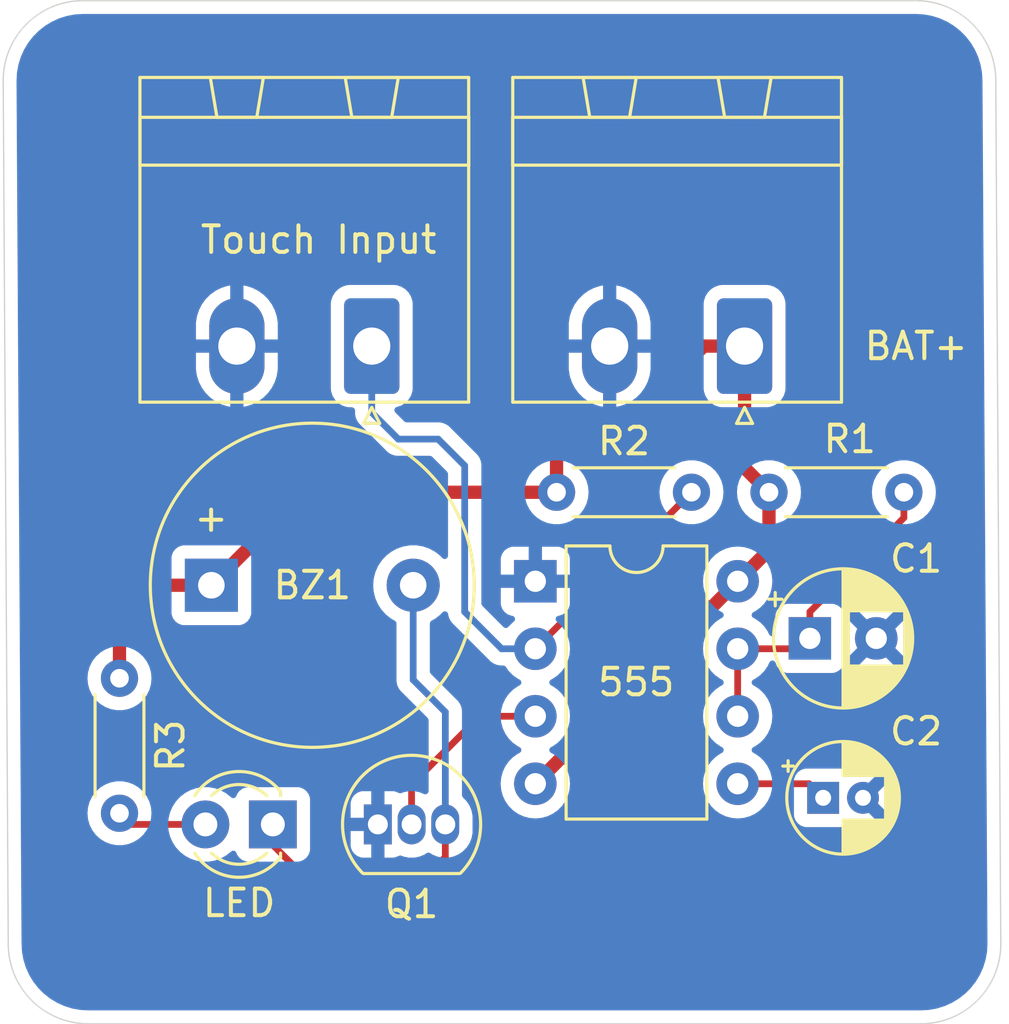
<source format=kicad_pcb>
(kicad_pcb (version 20240108) (generator "pcbnew") (generator_version "8.0")
  (title_block (title "Touch Switch Project") (date "2025-02-06") (rev "v01") (comment 4 "Author: PUTSHU LUNGHE Samuel"))
  (layers (0 "F.Cu" signal) (31 "B.Cu" signal) (34 "B.Paste" user) (35 "F.Paste" user) (36 "B.SilkS" user "B.Silkscreen") (37 "F.SilkS" user "F.Silkscreen") (38 "B.Mask" user) (39 "F.Mask" user) (44 "Edge.Cuts" user))
  (net 0 "")
  (net 1 "VCC")
  (net 2 "Net-(BZ1--)")
  (net 3 "Net-(U1-DIS)")
  (net 4 "GND")
  (net 5 "Net-(U1-CV)")
  (net 6 "Net-(D1-A)")
  (net 7 "Net-(J1-Pin_1)")
  (net 8 "Net-(Q1-B)")
  (footprint "Resistor_THT:R_Axial_DIN0204_L3.6mm_D1.6mm_P5.08mm_Horizontal" (layer "F.Cu") (at 139.46 75.5)
    (property "Reference" "R2" (at 2.54 -1.92 0) (layer "F.SilkS"))
    (property "Value" "10M" (hide yes))
    (fp_line (start 0.62 -0.92) (end 4.46 -0.92) (stroke (width 0.12)) (layer "F.SilkS"))
    (fp_line (start 0.62 0.92) (end 4.46 0.92) (stroke (width 0.12)) (layer "F.SilkS"))
    (pad "1" thru_hole circle (at 0 0) (size 1.4 1.4) (drill 0.7) (layers "*.Cu" "*.Mask") (net 1 "VCC"))
    (pad "2" thru_hole oval (at 5.08 0) (size 1.4 1.4) (drill 0.7) (layers "*.Cu" "*.Mask") (net 7 "Net-(J1-Pin_1)"))
  )
  (footprint "Resistor_THT:R_Axial_DIN0204_L3.6mm_D1.6mm_P5.08mm_Horizontal" (layer "F.Cu") (at 152.54 75.5 180)
    (property "Reference" "R1" (at 2.04 2 0) (layer "F.SilkS"))
    (property "Value" "100K" (hide yes))
    (fp_line (start 0.62 0.92) (end 4.46 0.92) (stroke (width 0.12)) (layer "F.SilkS"))
    (fp_line (start 0.62 -0.92) (end 4.46 -0.92) (stroke (width 0.12)) (layer "F.SilkS"))
    (pad "1" thru_hole circle (at 0 0 180) (size 1.4 1.4) (drill 0.7) (layers "*.Cu" "*.Mask") (net 3 "Net-(U1-DIS)"))
    (pad "2" thru_hole oval (at 5.08 0 180) (size 1.4 1.4) (drill 0.7) (layers "*.Cu" "*.Mask") (net 1 "VCC"))
  )
  (footprint "Capacitor_THT:CP_Radial_D5.0mm_P2.50mm" (layer "F.Cu") (at 149 81)
    (property "Reference" "C1" (at 4 -3 0) (layer "F.SilkS"))
    (property "Value" "10uF" (hide yes))
    (fp_line (start -1.554775 -1.475) (end -1.054775 -1.475) (stroke (width 0.12)) (layer "F.SilkS"))
    (fp_line (start -1.304775 -1.725) (end -1.304775 -1.225) (stroke (width 0.12)) (layer "F.SilkS"))
    (fp_line (start 1.25 -2.58) (end 1.25 2.58) (stroke (width 0.12)) (layer "F.SilkS"))
    (fp_line (start 1.29 -2.58) (end 1.29 2.58) (stroke (width 0.12)) (layer "F.SilkS"))
    (fp_line (start 1.33 -2.579) (end 1.33 2.579) (stroke (width 0.12)) (layer "F.SilkS"))
    (fp_line (start 1.37 -2.578) (end 1.37 2.578) (stroke (width 0.12)) (layer "F.SilkS"))
    (fp_line (start 1.41 -2.576) (end 1.41 2.576) (stroke (width 0.12)) (layer "F.SilkS"))
    (fp_line (start 1.45 -2.573) (end 1.45 2.573) (stroke (width 0.12)) (layer "F.SilkS"))
    (fp_line (start 1.49 -2.569) (end 1.49 -1.04) (stroke (width 0.12)) (layer "F.SilkS"))
    (fp_line (start 1.49 1.04) (end 1.49 2.569) (stroke (width 0.12)) (layer "F.SilkS"))
    (fp_line (start 1.53 -2.565) (end 1.53 -1.04) (stroke (width 0.12)) (layer "F.SilkS"))
    (fp_line (start 1.53 1.04) (end 1.53 2.565) (stroke (width 0.12)) (layer "F.SilkS"))
    (fp_line (start 1.57 -2.561) (end 1.57 -1.04) (stroke (width 0.12)) (layer "F.SilkS"))
    (fp_line (start 1.57 1.04) (end 1.57 2.561) (stroke (width 0.12)) (layer "F.SilkS"))
    (fp_line (start 1.61 -2.556) (end 1.61 -1.04) (stroke (width 0.12)) (layer "F.SilkS"))
    (fp_line (start 1.61 1.04) (end 1.61 2.556) (stroke (width 0.12)) (layer "F.SilkS"))
    (fp_line (start 1.65 -2.55) (end 1.65 -1.04) (stroke (width 0.12)) (layer "F.SilkS"))
    (fp_line (start 1.65 1.04) (end 1.65 2.55) (stroke (width 0.12)) (layer "F.SilkS"))
    (fp_line (start 1.69 -2.543) (end 1.69 -1.04) (stroke (width 0.12)) (layer "F.SilkS"))
    (fp_line (start 1.69 1.04) (end 1.69 2.543) (stroke (width 0.12)) (layer "F.SilkS"))
    (fp_line (start 1.73 -2.536) (end 1.73 -1.04) (stroke (width 0.12)) (layer "F.SilkS"))
    (fp_line (start 1.73 1.04) (end 1.73 2.536) (stroke (width 0.12)) (layer "F.SilkS"))
    (fp_line (start 1.77 -2.528) (end 1.77 -1.04) (stroke (width 0.12)) (layer "F.SilkS"))
    (fp_line (start 1.77 1.04) (end 1.77 2.528) (stroke (width 0.12)) (layer "F.SilkS"))
    (fp_line (start 1.81 -2.52) (end 1.81 -1.04) (stroke (width 0.12)) (layer "F.SilkS"))
    (fp_line (start 1.81 1.04) (end 1.81 2.52) (stroke (width 0.12)) (layer "F.SilkS"))
    (fp_line (start 1.85 -2.511) (end 1.85 -1.04) (stroke (width 0.12)) (layer "F.SilkS"))
    (fp_line (start 1.85 1.04) (end 1.85 2.511) (stroke (width 0.12)) (layer "F.SilkS"))
    (fp_line (start 1.89 -2.501) (end 1.89 -1.04) (stroke (width 0.12)) (layer "F.SilkS"))
    (fp_line (start 1.89 1.04) (end 1.89 2.501) (stroke (width 0.12)) (layer "F.SilkS"))
    (fp_line (start 1.93 -2.491) (end 1.93 -1.04) (stroke (width 0.12)) (layer "F.SilkS"))
    (fp_line (start 1.93 1.04) (end 1.93 2.491) (stroke (width 0.12)) (layer "F.SilkS"))
    (fp_line (start 1.971 -2.48) (end 1.971 -1.04) (stroke (width 0.12)) (layer "F.SilkS"))
    (fp_line (start 1.971 1.04) (end 1.971 2.48) (stroke (width 0.12)) (layer "F.SilkS"))
    (fp_line (start 2.011 -2.468) (end 2.011 -1.04) (stroke (width 0.12)) (layer "F.SilkS"))
    (fp_line (start 2.011 1.04) (end 2.011 2.468) (stroke (width 0.12)) (layer "F.SilkS"))
    (fp_line (start 2.051 -2.455) (end 2.051 -1.04) (stroke (width 0.12)) (layer "F.SilkS"))
    (fp_line (start 2.051 1.04) (end 2.051 2.455) (stroke (width 0.12)) (layer "F.SilkS"))
    (fp_line (start 2.091 -2.442) (end 2.091 -1.04) (stroke (width 0.12)) (layer "F.SilkS"))
    (fp_line (start 2.091 1.04) (end 2.091 2.442) (stroke (width 0.12)) (layer "F.SilkS"))
    (fp_line (start 2.131 -2.428) (end 2.131 -1.04) (stroke (width 0.12)) (layer "F.SilkS"))
    (fp_line (start 2.131 1.04) (end 2.131 2.428) (stroke (width 0.12)) (layer "F.SilkS"))
    (fp_line (start 2.171 -2.414) (end 2.171 -1.04) (stroke (width 0.12)) (layer "F.SilkS"))
    (fp_line (start 2.171 1.04) (end 2.171 2.414) (stroke (width 0.12)) (layer "F.SilkS"))
    (fp_line (start 2.211 -2.398) (end 2.211 -1.04) (stroke (width 0.12)) (layer "F.SilkS"))
    (fp_line (start 2.211 1.04) (end 2.211 2.398) (stroke (width 0.12)) (layer "F.SilkS"))
    (fp_line (start 2.251 -2.382) (end 2.251 -1.04) (stroke (width 0.12)) (layer "F.SilkS"))
    (fp_line (start 2.251 1.04) (end 2.251 2.382) (stroke (width 0.12)) (layer "F.SilkS"))
    (fp_line (start 2.291 -2.365) (end 2.291 -1.04) (stroke (width 0.12)) (layer "F.SilkS"))
    (fp_line (start 2.291 1.04) (end 2.291 2.365) (stroke (width 0.12)) (layer "F.SilkS"))
    (fp_line (start 2.331 -2.348) (end 2.331 -1.04) (stroke (width 0.12)) (layer "F.SilkS"))
    (fp_line (start 2.331 1.04) (end 2.331 2.348) (stroke (width 0.12)) (layer "F.SilkS"))
    (fp_line (start 2.371 -2.329) (end 2.371 -1.04) (stroke (width 0.12)) (layer "F.SilkS"))
    (fp_line (start 2.371 1.04) (end 2.371 2.329) (stroke (width 0.12)) (layer "F.SilkS"))
    (fp_line (start 2.411 -2.31) (end 2.411 -1.04) (stroke (width 0.12)) (layer "F.SilkS"))
    (fp_line (start 2.411 1.04) (end 2.411 2.31) (stroke (width 0.12)) (layer "F.SilkS"))
    (fp_line (start 2.451 -2.29) (end 2.451 -1.04) (stroke (width 0.12)) (layer "F.SilkS"))
    (fp_line (start 2.451 1.04) (end 2.451 2.29) (stroke (width 0.12)) (layer "F.SilkS"))
    (fp_line (start 2.491 -2.268) (end 2.491 -1.04) (stroke (width 0.12)) (layer "F.SilkS"))
    (fp_line (start 2.491 1.04) (end 2.491 2.268) (stroke (width 0.12)) (layer "F.SilkS"))
    (fp_line (start 2.531 -2.247) (end 2.531 -1.04) (stroke (width 0.12)) (layer "F.SilkS"))
    (fp_line (start 2.531 1.04) (end 2.531 2.247) (stroke (width 0.12)) (layer "F.SilkS"))
    (fp_line (start 2.571 -2.224) (end 2.571 -1.04) (stroke (width 0.12)) (layer "F.SilkS"))
    (fp_line (start 2.571 1.04) (end 2.571 2.224) (stroke (width 0.12)) (layer "F.SilkS"))
    (fp_line (start 2.611 -2.2) (end 2.611 -1.04) (stroke (width 0.12)) (layer "F.SilkS"))
    (fp_line (start 2.611 1.04) (end 2.611 2.2) (stroke (width 0.12)) (layer "F.SilkS"))
    (fp_line (start 2.651 -2.175) (end 2.651 -1.04) (stroke (width 0.12)) (layer "F.SilkS"))
    (fp_line (start 2.651 1.04) (end 2.651 2.175) (stroke (width 0.12)) (layer "F.SilkS"))
    (fp_line (start 2.691 -2.149) (end 2.691 -1.04) (stroke (width 0.12)) (layer "F.SilkS"))
    (fp_line (start 2.691 1.04) (end 2.691 2.149) (stroke (width 0.12)) (layer "F.SilkS"))
    (fp_line (start 2.731 -2.122) (end 2.731 -1.04) (stroke (width 0.12)) (layer "F.SilkS"))
    (fp_line (start 2.731 1.04) (end 2.731 2.122) (stroke (width 0.12)) (layer "F.SilkS"))
    (fp_line (start 2.771 -2.095) (end 2.771 -1.04) (stroke (width 0.12)) (layer "F.SilkS"))
    (fp_line (start 2.771 1.04) (end 2.771 2.095) (stroke (width 0.12)) (layer "F.SilkS"))
    (fp_line (start 2.811 -2.065) (end 2.811 -1.04) (stroke (width 0.12)) (layer "F.SilkS"))
    (fp_line (start 2.811 1.04) (end 2.811 2.065) (stroke (width 0.12)) (layer "F.SilkS"))
    (fp_line (start 2.851 -2.035) (end 2.851 -1.04) (stroke (width 0.12)) (layer "F.SilkS"))
    (fp_line (start 2.851 1.04) (end 2.851 2.035) (stroke (width 0.12)) (layer "F.SilkS"))
    (fp_line (start 2.891 -2.004) (end 2.891 -1.04) (stroke (width 0.12)) (layer "F.SilkS"))
    (fp_line (start 2.891 1.04) (end 2.891 2.004) (stroke (width 0.12)) (layer "F.SilkS"))
    (fp_line (start 2.931 -1.971) (end 2.931 -1.04) (stroke (width 0.12)) (layer "F.SilkS"))
    (fp_line (start 2.931 1.04) (end 2.931 1.971) (stroke (width 0.12)) (layer "F.SilkS"))
    (fp_line (start 2.971 -1.937) (end 2.971 -1.04) (stroke (width 0.12)) (layer "F.SilkS"))
    (fp_line (start 2.971 1.04) (end 2.971 1.937) (stroke (width 0.12)) (layer "F.SilkS"))
    (fp_line (start 3.011 -1.901) (end 3.011 -1.04) (stroke (width 0.12)) (layer "F.SilkS"))
    (fp_line (start 3.011 1.04) (end 3.011 1.901) (stroke (width 0.12)) (layer "F.SilkS"))
    (fp_line (start 3.051 -1.864) (end 3.051 -1.04) (stroke (width 0.12)) (layer "F.SilkS"))
    (fp_line (start 3.051 1.04) (end 3.051 1.864) (stroke (width 0.12)) (layer "F.SilkS"))
    (fp_line (start 3.091 -1.826) (end 3.091 -1.04) (stroke (width 0.12)) (layer "F.SilkS"))
    (fp_line (start 3.091 1.04) (end 3.091 1.826) (stroke (width 0.12)) (layer "F.SilkS"))
    (fp_line (start 3.131 -1.785) (end 3.131 -1.04) (stroke (width 0.12)) (layer "F.SilkS"))
    (fp_line (start 3.131 1.04) (end 3.131 1.785) (stroke (width 0.12)) (layer "F.SilkS"))
    (fp_line (start 3.171 -1.743) (end 3.171 -1.04) (stroke (width 0.12)) (layer "F.SilkS"))
    (fp_line (start 3.171 1.04) (end 3.171 1.743) (stroke (width 0.12)) (layer "F.SilkS"))
    (fp_line (start 3.211 -1.699) (end 3.211 -1.04) (stroke (width 0.12)) (layer "F.SilkS"))
    (fp_line (start 3.211 1.04) (end 3.211 1.699) (stroke (width 0.12)) (layer "F.SilkS"))
    (fp_line (start 3.251 -1.653) (end 3.251 -1.04) (stroke (width 0.12)) (layer "F.SilkS"))
    (fp_line (start 3.251 1.04) (end 3.251 1.653) (stroke (width 0.12)) (layer "F.SilkS"))
    (fp_line (start 3.291 -1.605) (end 3.291 -1.04) (stroke (width 0.12)) (layer "F.SilkS"))
    (fp_line (start 3.291 1.04) (end 3.291 1.605) (stroke (width 0.12)) (layer "F.SilkS"))
    (fp_line (start 3.331 -1.554) (end 3.331 -1.04) (stroke (width 0.12)) (layer "F.SilkS"))
    (fp_line (start 3.331 1.04) (end 3.331 1.554) (stroke (width 0.12)) (layer "F.SilkS"))
    (fp_line (start 3.371 -1.5) (end 3.371 -1.04) (stroke (width 0.12)) (layer "F.SilkS"))
    (fp_line (start 3.371 1.04) (end 3.371 1.5) (stroke (width 0.12)) (layer "F.SilkS"))
    (fp_line (start 3.411 -1.443) (end 3.411 -1.04) (stroke (width 0.12)) (layer "F.SilkS"))
    (fp_line (start 3.411 1.04) (end 3.411 1.443) (stroke (width 0.12)) (layer "F.SilkS"))
    (fp_line (start 3.451 -1.383) (end 3.451 -1.04) (stroke (width 0.12)) (layer "F.SilkS"))
    (fp_line (start 3.451 1.04) (end 3.451 1.383) (stroke (width 0.12)) (layer "F.SilkS"))
    (fp_line (start 3.491 -1.319) (end 3.491 -1.04) (stroke (width 0.12)) (layer "F.SilkS"))
    (fp_line (start 3.491 1.04) (end 3.491 1.319) (stroke (width 0.12)) (layer "F.SilkS"))
    (fp_line (start 3.531 -1.251) (end 3.531 -1.04) (stroke (width 0.12)) (layer "F.SilkS"))
    (fp_line (start 3.531 1.04) (end 3.531 1.251) (stroke (width 0.12)) (layer "F.SilkS"))
    (fp_line (start 3.571 -1.178) (end 3.571 1.178) (stroke (width 0.12)) (layer "F.SilkS"))
    (fp_line (start 3.611 -1.098) (end 3.611 1.098) (stroke (width 0.12)) (layer "F.SilkS"))
    (fp_line (start 3.651 -1.011) (end 3.651 1.011) (stroke (width 0.12)) (layer "F.SilkS"))
    (fp_line (start 3.691 -0.915) (end 3.691 0.915) (stroke (width 0.12)) (layer "F.SilkS"))
    (fp_line (start 3.731 -0.805) (end 3.731 0.805) (stroke (width 0.12)) (layer "F.SilkS"))
    (fp_line (start 3.771 -0.677) (end 3.771 0.677) (stroke (width 0.12)) (layer "F.SilkS"))
    (fp_line (start 3.811 -0.518) (end 3.811 0.518) (stroke (width 0.12)) (layer "F.SilkS"))
    (fp_line (start 3.851 -0.284) (end 3.851 0.284) (stroke (width 0.12)) (layer "F.SilkS"))
    (fp_circle (center 1.25 0) (end 3.87 0) (stroke (width 0.12)) (fill none) (layer "F.SilkS"))
    (pad "1" thru_hole rect (at 0 0) (size 1.6 1.6) (drill 0.8) (layers "*.Cu" "*.Mask") (net 3 "Net-(U1-DIS)"))
    (pad "2" thru_hole circle (at 2.5 0) (size 1.6 1.6) (drill 0.8) (layers "*.Cu" "*.Mask") (net 4 "GND"))
  )
  (footprint "Buzzer_Beeper:Buzzer_12x9.5RM7.6" (layer "F.Cu") (at 126.460225 79)
    (property "Reference" "BZ1" (at 3.8 0 0) (layer "F.SilkS"))
    (property "Value" "Buzzer" (hide yes))
    (fp_circle (center 3.8 0) (end 9.9 0) (stroke (width 0.12)) (fill none) (layer "F.SilkS"))
    (fp_text user "+" (at -0.01 -2.54 0) (layer "F.SilkS"))
    (pad "1" thru_hole rect (at 0 0) (size 2 2) (drill 1) (layers "*.Cu" "*.Mask") (net 1 "VCC"))
    (pad "2" thru_hole circle (at 7.6 0) (size 2 2) (drill 1) (layers "*.Cu" "*.Mask") (net 2 "Net-(BZ1--)"))
  )
  (footprint "LED_THT:LED_D3.0mm" (layer "F.Cu") (at 128.775 88 180)
    (property "Reference" "LED" (at 1.27 -2.96 0) (layer "F.SilkS"))
    (property "Value" "LED" (hide yes))
    (fp_line (start -0.29 1.08) (end -0.29 1.236) (stroke (width 0.12)) (layer "F.SilkS"))
    (fp_line (start -0.29 -1.236) (end -0.29 -1.08) (stroke (width 0.12)) (layer "F.SilkS"))
    (fp_arc (start 2.942335 1.078608) (mid 1.366487 1.987659) (end -0.29 1.235516) (stroke (width 0.12)) (layer "F.SilkS"))
    (fp_arc (start 2.31113 1.079837) (mid 1.270117 1.5) (end 0.229039 1.08) (stroke (width 0.12)) (layer "F.SilkS"))
    (fp_arc (start 0.229039 -1.08) (mid 1.270117 -1.5) (end 2.31113 -1.079837) (stroke (width 0.12)) (layer "F.SilkS"))
    (fp_arc (start -0.29 -1.235516) (mid 1.366487 -1.987659) (end 2.942335 -1.078608) (stroke (width 0.12)) (layer "F.SilkS"))
    (pad "1" thru_hole rect (at 0 0 180) (size 1.8 1.8) (drill 0.9) (layers "*.Cu" "*.Mask") (net 2 "Net-(BZ1--)"))
    (pad "2" thru_hole circle (at 2.54 0 180) (size 1.8 1.8) (drill 0.9) (layers "*.Cu" "*.Mask") (net 6 "Net-(D1-A)"))
  )
  (footprint "Package_TO_SOT_THT:TO-92_Inline" (layer "F.Cu") (at 132.73 88)
    (property "Reference" "Q1" (at 1.27 3 0) (layer "F.SilkS"))
    (property "Value" "2N3904" (hide yes))
    (fp_line (start -0.53 1.85) (end 3.07 1.85) (stroke (width 0.12)) (layer "F.SilkS"))
    (fp_arc (start -0.568478 1.838478) (mid -1.132087 -0.994977) (end 1.27 -2.6) (stroke (width 0.12)) (layer "F.SilkS"))
    (fp_arc (start 1.27 -2.6) (mid 3.672087 -0.994977) (end 3.108478 1.838478) (stroke (width 0.12)) (layer "F.SilkS"))
    (pad "1" thru_hole rect (at 0 0) (size 1.05 1.5) (drill 0.75) (layers "*.Cu" "*.Mask") (net 4 "GND"))
    (pad "2" thru_hole oval (at 1.27 0) (size 1.05 1.5) (drill 0.75) (layers "*.Cu" "*.Mask") (net 8 "Net-(Q1-B)"))
    (pad "3" thru_hole oval (at 2.54 0) (size 1.05 1.5) (drill 0.75) (layers "*.Cu" "*.Mask") (net 2 "Net-(BZ1--)"))
  )
  (footprint "Resistor_THT:R_Axial_DIN0204_L3.6mm_D1.6mm_P5.08mm_Horizontal" (layer "F.Cu") (at 123 82.5 -90)
    (property "Reference" "R3" (at 2.54 -1.92 90) (layer "F.SilkS"))
    (property "Value" "220R" (hide yes))
    (fp_line (start 0.62 0.92) (end 4.46 0.92) (stroke (width 0.12)) (layer "F.SilkS"))
    (fp_line (start 0.62 -0.92) (end 4.46 -0.92) (stroke (width 0.12)) (layer "F.SilkS"))
    (pad "1" thru_hole circle (at 0 0 270) (size 1.4 1.4) (drill 0.7) (layers "*.Cu" "*.Mask") (net 1 "VCC"))
    (pad "2" thru_hole oval (at 5.08 0 270) (size 1.4 1.4) (drill 0.7) (layers "*.Cu" "*.Mask") (net 6 "Net-(D1-A)"))
  )
  (footprint "Package_DIP:DIP-8_W7.62mm" (layer "F.Cu") (at 138.660225 78.85)
    (property "Reference" "555" (at 3.8 3.8 0) (layer "F.SilkS"))
    (property "Value" "ICM7555xP" (hide yes))
    (fp_line (start 1.16 -1.33) (end 1.16 8.95) (stroke (width 0.12)) (layer "F.SilkS"))
    (fp_line (start 1.16 8.95) (end 6.46 8.95) (stroke (width 0.12)) (layer "F.SilkS"))
    (fp_line (start 2.81 -1.33) (end 1.16 -1.33) (stroke (width 0.12)) (layer "F.SilkS"))
    (fp_line (start 6.46 -1.33) (end 4.81 -1.33) (stroke (width 0.12)) (layer "F.SilkS"))
    (fp_line (start 6.46 8.95) (end 6.46 -1.33) (stroke (width 0.12)) (layer "F.SilkS"))
    (fp_arc (start 4.81 -1.33) (mid 3.81 -0.33) (end 2.81 -1.33) (stroke (width 0.12)) (layer "F.SilkS"))
    (pad "1" thru_hole rect (at 0 0) (size 1.6 1.6) (drill 0.8) (layers "*.Cu" "*.Mask") (net 4 "GND"))
    (pad "2" thru_hole oval (at 0 2.54) (size 1.6 1.6) (drill 0.8) (layers "*.Cu" "*.Mask") (net 7 "Net-(J1-Pin_1)"))
    (pad "3" thru_hole oval (at 0 5.08) (size 1.6 1.6) (drill 0.8) (layers "*.Cu" "*.Mask") (net 8 "Net-(Q1-B)"))
    (pad "4" thru_hole oval (at 0 7.62) (size 1.6 1.6) (drill 0.8) (layers "*.Cu" "*.Mask") (net 1 "VCC"))
    (pad "5" thru_hole oval (at 7.62 7.62) (size 1.6 1.6) (drill 0.8) (layers "*.Cu" "*.Mask") (net 5 "Net-(U1-CV)"))
    (pad "6" thru_hole oval (at 7.62 5.08) (size 1.6 1.6) (drill 0.8) (layers "*.Cu" "*.Mask") (net 3 "Net-(U1-DIS)"))
    (pad "7" thru_hole oval (at 7.62 2.54) (size 1.6 1.6) (drill 0.8) (layers "*.Cu" "*.Mask") (net 3 "Net-(U1-DIS)"))
    (pad "8" thru_hole oval (at 7.62 0) (size 1.6 1.6) (drill 0.8) (layers "*.Cu" "*.Mask") (net 1 "VCC"))
  )
  (footprint "Capacitor_THT:CP_Radial_D4.0mm_P1.50mm" (layer "F.Cu") (at 149.5 87)
    (property "Reference" "C2" (at 3.5 -2.5 0) (layer "F.SilkS"))
    (property "Value" "10pF" (hide yes))
    (fp_line (start -1.519801 -1.195) (end -1.119801 -1.195) (stroke (width 0.12)) (layer "F.SilkS"))
    (fp_line (start -1.319801 -1.395) (end -1.319801 -0.995) (stroke (width 0.12)) (layer "F.SilkS"))
    (fp_line (start 0.75 -2.08) (end 0.75 -0.84) (stroke (width 0.12)) (layer "F.SilkS"))
    (fp_line (start 0.75 0.84) (end 0.75 2.08) (stroke (width 0.12)) (layer "F.SilkS"))
    (fp_line (start 0.79 -2.08) (end 0.79 -0.84) (stroke (width 0.12)) (layer "F.SilkS"))
    (fp_line (start 0.79 0.84) (end 0.79 2.08) (stroke (width 0.12)) (layer "F.SilkS"))
    (fp_line (start 0.83 -2.079) (end 0.83 -0.84) (stroke (width 0.12)) (layer "F.SilkS"))
    (fp_line (start 0.83 0.84) (end 0.83 2.079) (stroke (width 0.12)) (layer "F.SilkS"))
    (fp_line (start 0.87 -2.077) (end 0.87 -0.84) (stroke (width 0.12)) (layer "F.SilkS"))
    (fp_line (start 0.87 0.84) (end 0.87 2.077) (stroke (width 0.12)) (layer "F.SilkS"))
    (fp_line (start 0.91 -2.074) (end 0.91 -0.84) (stroke (width 0.12)) (layer "F.SilkS"))
    (fp_line (start 0.91 0.84) (end 0.91 2.074) (stroke (width 0.12)) (layer "F.SilkS"))
    (fp_line (start 0.95 -2.071) (end 0.95 -0.84) (stroke (width 0.12)) (layer "F.SilkS"))
    (fp_line (start 0.95 0.84) (end 0.95 2.071) (stroke (width 0.12)) (layer "F.SilkS"))
    (fp_line (start 0.99 -2.067) (end 0.99 -0.84) (stroke (width 0.12)) (layer "F.SilkS"))
    (fp_line (start 0.99 0.84) (end 0.99 2.067) (stroke (width 0.12)) (layer "F.SilkS"))
    (fp_line (start 1.03 -2.062) (end 1.03 -0.84) (stroke (width 0.12)) (layer "F.SilkS"))
    (fp_line (start 1.03 0.84) (end 1.03 2.062) (stroke (width 0.12)) (layer "F.SilkS"))
    (fp_line (start 1.07 -2.056) (end 1.07 -0.84) (stroke (width 0.12)) (layer "F.SilkS"))
    (fp_line (start 1.07 0.84) (end 1.07 2.056) (stroke (width 0.12)) (layer "F.SilkS"))
    (fp_line (start 1.11 -2.05) (end 1.11 -0.84) (stroke (width 0.12)) (layer "F.SilkS"))
    (fp_line (start 1.11 0.84) (end 1.11 2.05) (stroke (width 0.12)) (layer "F.SilkS"))
    (fp_line (start 1.15 -2.042) (end 1.15 -0.84) (stroke (width 0.12)) (layer "F.SilkS"))
    (fp_line (start 1.15 0.84) (end 1.15 2.042) (stroke (width 0.12)) (layer "F.SilkS"))
    (fp_line (start 1.19 -2.034) (end 1.19 -0.84) (stroke (width 0.12)) (layer "F.SilkS"))
    (fp_line (start 1.19 0.84) (end 1.19 2.034) (stroke (width 0.12)) (layer "F.SilkS"))
    (fp_line (start 1.23 -2.025) (end 1.23 -0.84) (stroke (width 0.12)) (layer "F.SilkS"))
    (fp_line (start 1.23 0.84) (end 1.23 2.025) (stroke (width 0.12)) (layer "F.SilkS"))
    (fp_line (start 1.27 -2.016) (end 1.27 -0.84) (stroke (width 0.12)) (layer "F.SilkS"))
    (fp_line (start 1.27 0.84) (end 1.27 2.016) (stroke (width 0.12)) (layer "F.SilkS"))
    (fp_line (start 1.31 -2.005) (end 1.31 -0.84) (stroke (width 0.12)) (layer "F.SilkS"))
    (fp_line (start 1.31 0.84) (end 1.31 2.005) (stroke (width 0.12)) (layer "F.SilkS"))
    (fp_line (start 1.35 -1.994) (end 1.35 -0.84) (stroke (width 0.12)) (layer "F.SilkS"))
    (fp_line (start 1.35 0.84) (end 1.35 1.994) (stroke (width 0.12)) (layer "F.SilkS"))
    (fp_line (start 1.39 -1.982) (end 1.39 -0.84) (stroke (width 0.12)) (layer "F.SilkS"))
    (fp_line (start 1.39 0.84) (end 1.39 1.982) (stroke (width 0.12)) (layer "F.SilkS"))
    (fp_line (start 1.43 -1.968) (end 1.43 -0.84) (stroke (width 0.12)) (layer "F.SilkS"))
    (fp_line (start 1.43 0.84) (end 1.43 1.968) (stroke (width 0.12)) (layer "F.SilkS"))
    (fp_line (start 1.471 -1.954) (end 1.471 -0.84) (stroke (width 0.12)) (layer "F.SilkS"))
    (fp_line (start 1.471 0.84) (end 1.471 1.954) (stroke (width 0.12)) (layer "F.SilkS"))
    (fp_line (start 1.511 -1.94) (end 1.511 -0.84) (stroke (width 0.12)) (layer "F.SilkS"))
    (fp_line (start 1.511 0.84) (end 1.511 1.94) (stroke (width 0.12)) (layer "F.SilkS"))
    (fp_line (start 1.551 -1.924) (end 1.551 -0.84) (stroke (width 0.12)) (layer "F.SilkS"))
    (fp_line (start 1.551 0.84) (end 1.551 1.924) (stroke (width 0.12)) (layer "F.SilkS"))
    (fp_line (start 1.591 -1.907) (end 1.591 -0.84) (stroke (width 0.12)) (layer "F.SilkS"))
    (fp_line (start 1.591 0.84) (end 1.591 1.907) (stroke (width 0.12)) (layer "F.SilkS"))
    (fp_line (start 1.631 -1.889) (end 1.631 -0.84) (stroke (width 0.12)) (layer "F.SilkS"))
    (fp_line (start 1.631 0.84) (end 1.631 1.889) (stroke (width 0.12)) (layer "F.SilkS"))
    (fp_line (start 1.671 -1.87) (end 1.671 -0.84) (stroke (width 0.12)) (layer "F.SilkS"))
    (fp_line (start 1.671 0.84) (end 1.671 1.87) (stroke (width 0.12)) (layer "F.SilkS"))
    (fp_line (start 1.711 -1.851) (end 1.711 -0.84) (stroke (width 0.12)) (layer "F.SilkS"))
    (fp_line (start 1.711 0.84) (end 1.711 1.851) (stroke (width 0.12)) (layer "F.SilkS"))
    (fp_line (start 1.751 -1.83) (end 1.751 -0.84) (stroke (width 0.12)) (layer "F.SilkS"))
    (fp_line (start 1.751 0.84) (end 1.751 1.83) (stroke (width 0.12)) (layer "F.SilkS"))
    (fp_line (start 1.791 -1.808) (end 1.791 -0.84) (stroke (width 0.12)) (layer "F.SilkS"))
    (fp_line (start 1.791 0.84) (end 1.791 1.808) (stroke (width 0.12)) (layer "F.SilkS"))
    (fp_line (start 1.831 -1.785) (end 1.831 -0.84) (stroke (width 0.12)) (layer "F.SilkS"))
    (fp_line (start 1.831 0.84) (end 1.831 1.785) (stroke (width 0.12)) (layer "F.SilkS"))
    (fp_line (start 1.871 -1.76) (end 1.871 -0.84) (stroke (width 0.12)) (layer "F.SilkS"))
    (fp_line (start 1.871 0.84) (end 1.871 1.76) (stroke (width 0.12)) (layer "F.SilkS"))
    (fp_line (start 1.911 -1.735) (end 1.911 -0.84) (stroke (width 0.12)) (layer "F.SilkS"))
    (fp_line (start 1.911 0.84) (end 1.911 1.735) (stroke (width 0.12)) (layer "F.SilkS"))
    (fp_line (start 1.951 -1.708) (end 1.951 -0.84) (stroke (width 0.12)) (layer "F.SilkS"))
    (fp_line (start 1.951 0.84) (end 1.951 1.708) (stroke (width 0.12)) (layer "F.SilkS"))
    (fp_line (start 1.991 -1.68) (end 1.991 -0.84) (stroke (width 0.12)) (layer "F.SilkS"))
    (fp_line (start 1.991 0.84) (end 1.991 1.68) (stroke (width 0.12)) (layer "F.SilkS"))
    (fp_line (start 2.031 -1.65) (end 2.031 -0.84) (stroke (width 0.12)) (layer "F.SilkS"))
    (fp_line (start 2.031 0.84) (end 2.031 1.65) (stroke (width 0.12)) (layer "F.SilkS"))
    (fp_line (start 2.071 -1.619) (end 2.071 -0.84) (stroke (width 0.12)) (layer "F.SilkS"))
    (fp_line (start 2.071 0.84) (end 2.071 1.619) (stroke (width 0.12)) (layer "F.SilkS"))
    (fp_line (start 2.111 -1.587) (end 2.111 -0.84) (stroke (width 0.12)) (layer "F.SilkS"))
    (fp_line (start 2.111 0.84) (end 2.111 1.587) (stroke (width 0.12)) (layer "F.SilkS"))
    (fp_line (start 2.151 -1.552) (end 2.151 -0.84) (stroke (width 0.12)) (layer "F.SilkS"))
    (fp_line (start 2.151 0.84) (end 2.151 1.552) (stroke (width 0.12)) (layer "F.SilkS"))
    (fp_line (start 2.191 -1.516) (end 2.191 -0.84) (stroke (width 0.12)) (layer "F.SilkS"))
    (fp_line (start 2.191 0.84) (end 2.191 1.516) (stroke (width 0.12)) (layer "F.SilkS"))
    (fp_line (start 2.231 -1.478) (end 2.231 -0.84) (stroke (width 0.12)) (layer "F.SilkS"))
    (fp_line (start 2.231 0.84) (end 2.231 1.478) (stroke (width 0.12)) (layer "F.SilkS"))
    (fp_line (start 2.271 -1.438) (end 2.271 -0.84) (stroke (width 0.12)) (layer "F.SilkS"))
    (fp_line (start 2.271 0.84) (end 2.271 1.438) (stroke (width 0.12)) (layer "F.SilkS"))
    (fp_line (start 2.311 -1.396) (end 2.311 -0.84) (stroke (width 0.12)) (layer "F.SilkS"))
    (fp_line (start 2.311 0.84) (end 2.311 1.396) (stroke (width 0.12)) (layer "F.SilkS"))
    (fp_line (start 2.351 -1.351) (end 2.351 1.351) (stroke (width 0.12)) (layer "F.SilkS"))
    (fp_line (start 2.391 -1.304) (end 2.391 1.304) (stroke (width 0.12)) (layer "F.SilkS"))
    (fp_line (start 2.431 -1.254) (end 2.431 1.254) (stroke (width 0.12)) (layer "F.SilkS"))
    (fp_line (start 2.471 -1.2) (end 2.471 1.2) (stroke (width 0.12)) (layer "F.SilkS"))
    (fp_line (start 2.511 -1.142) (end 2.511 1.142) (stroke (width 0.12)) (layer "F.SilkS"))
    (fp_line (start 2.551 -1.08) (end 2.551 1.08) (stroke (width 0.12)) (layer "F.SilkS"))
    (fp_line (start 2.591 -1.013) (end 2.591 1.013) (stroke (width 0.12)) (layer "F.SilkS"))
    (fp_line (start 2.631 -0.94) (end 2.631 0.94) (stroke (width 0.12)) (layer "F.SilkS"))
    (fp_line (start 2.671 -0.859) (end 2.671 0.859) (stroke (width 0.12)) (layer "F.SilkS"))
    (fp_line (start 2.711 -0.768) (end 2.711 0.768) (stroke (width 0.12)) (layer "F.SilkS"))
    (fp_line (start 2.751 -0.664) (end 2.751 0.664) (stroke (width 0.12)) (layer "F.SilkS"))
    (fp_line (start 2.791 -0.537) (end 2.791 0.537) (stroke (width 0.12)) (layer "F.SilkS"))
    (fp_line (start 2.831 -0.37) (end 2.831 0.37) (stroke (width 0.12)) (layer "F.SilkS"))
    (fp_circle (center 0.75 0) (end 2.87 0) (stroke (width 0.12)) (fill none) (layer "F.SilkS"))
    (pad "1" thru_hole rect (at 0 0) (size 1.2 1.2) (drill 0.6) (layers "*.Cu" "*.Mask") (net 5 "Net-(U1-CV)"))
    (pad "2" thru_hole circle (at 1.5 0) (size 1.2 1.2) (drill 0.6) (layers "*.Cu" "*.Mask") (net 4 "GND"))
  )
  (footprint "Connector_Phoenix_MSTB:PhoenixContact_MSTBA_2,5_2-G-5,08_1x02_P5.08mm_Horizontal" (layer "F.Cu") (at 132.5 70 180)
    (property "Reference" "Touch Input" (at 2 4 0) (layer "F.SilkS"))
    (property "Value" "Conn_01x02_Pin" (hide yes))
    (fp_line (start 8.73 10.11) (end 8.73 -2.11) (stroke (width 0.12)) (layer "F.SilkS"))
    (fp_line (start 8.73 8.61) (end -3.65 8.61) (stroke (width 0.12)) (layer "F.SilkS"))
    (fp_line (start 8.73 6.81) (end 8.73 8.61) (stroke (width 0.12)) (layer "F.SilkS"))
    (fp_line (start 8.73 -2.11) (end -3.65 -2.11) (stroke (width 0.12)) (layer "F.SilkS"))
    (fp_line (start 6.08 10.11) (end 5.83 8.61) (stroke (width 0.12)) (layer "F.SilkS"))
    (fp_line (start 5.83 8.61) (end 4.33 8.61) (stroke (width 0.12)) (layer "F.SilkS"))
    (fp_line (start 4.33 8.61) (end 4.08 10.11) (stroke (width 0.12)) (layer "F.SilkS"))
    (fp_line (start 4.08 10.11) (end 6.08 10.11) (stroke (width 0.12)) (layer "F.SilkS"))
    (fp_line (start 1 10.11) (end 0.75 8.61) (stroke (width 0.12)) (layer "F.SilkS"))
    (fp_line (start 0.75 8.61) (end -0.75 8.61) (stroke (width 0.12)) (layer "F.SilkS"))
    (fp_line (start 0.3 -2.91) (end 0 -2.31) (stroke (width 0.12)) (layer "F.SilkS"))
    (fp_line (start 0 -2.31) (end -0.3 -2.91) (stroke (width 0.12)) (layer "F.SilkS"))
    (fp_line (start -0.3 -2.91) (end 0.3 -2.91) (stroke (width 0.12)) (layer "F.SilkS"))
    (fp_line (start -0.75 8.61) (end -1 10.11) (stroke (width 0.12)) (layer "F.SilkS"))
    (fp_line (start -1 10.11) (end 1 10.11) (stroke (width 0.12)) (layer "F.SilkS"))
    (fp_line (start -3.65 10.11) (end 8.73 10.11) (stroke (width 0.12)) (layer "F.SilkS"))
    (fp_line (start -3.65 8.61) (end -3.65 6.81) (stroke (width 0.12)) (layer "F.SilkS"))
    (fp_line (start -3.65 6.81) (end 8.73 6.81) (stroke (width 0.12)) (layer "F.SilkS"))
    (fp_line (start -3.65 -2.11) (end -3.65 10.11) (stroke (width 0.12)) (layer "F.SilkS"))
    (pad "1" thru_hole roundrect (at 0 0 180) (size 2.08 3.6) (drill 1.4) (layers "*.Cu" "*.Mask") (roundrect_rratio 0.120192) (net 7 "Net-(J1-Pin_1)"))
    (pad "2" thru_hole oval (at 5.08 0 180) (size 2.08 3.6) (drill 1.4) (layers "*.Cu" "*.Mask") (net 4 "GND"))
  )
  (footprint "Connector_Phoenix_MSTB:PhoenixContact_MSTBA_2,5_2-G-5,08_1x02_P5.08mm_Horizontal" (layer "F.Cu") (at 146.54 70 180)
    (property "Reference" "BAT+" (at -6.46 0 0) (layer "F.SilkS"))
    (property "Value" "Conn_01x02_Pin" (hide yes))
    (fp_line (start 8.73 10.11) (end 8.73 -2.11) (stroke (width 0.12)) (layer "F.SilkS"))
    (fp_line (start 8.73 8.61) (end -3.65 8.61) (stroke (width 0.12)) (layer "F.SilkS"))
    (fp_line (start 8.73 6.81) (end 8.73 8.61) (stroke (width 0.12)) (layer "F.SilkS"))
    (fp_line (start 8.73 -2.11) (end -3.65 -2.11) (stroke (width 0.12)) (layer "F.SilkS"))
    (fp_line (start 6.08 10.11) (end 5.83 8.61) (stroke (width 0.12)) (layer "F.SilkS"))
    (fp_line (start 5.83 8.61) (end 4.33 8.61) (stroke (width 0.12)) (layer "F.SilkS"))
    (fp_line (start 4.33 8.61) (end 4.08 10.11) (stroke (width 0.12)) (layer "F.SilkS"))
    (fp_line (start 4.08 10.11) (end 6.08 10.11) (stroke (width 0.12)) (layer "F.SilkS"))
    (fp_line (start 1 10.11) (end 0.75 8.61) (stroke (width 0.12)) (layer "F.SilkS"))
    (fp_line (start 0.75 8.61) (end -0.75 8.61) (stroke (width 0.12)) (layer "F.SilkS"))
    (fp_line (start 0.3 -2.91) (end 0 -2.31) (stroke (width 0.12)) (layer "F.SilkS"))
    (fp_line (start 0 -2.31) (end -0.3 -2.91) (stroke (width 0.12)) (layer "F.SilkS"))
    (fp_line (start -0.3 -2.91) (end 0.3 -2.91) (stroke (width 0.12)) (layer "F.SilkS"))
    (fp_line (start -0.75 8.61) (end -1 10.11) (stroke (width 0.12)) (layer "F.SilkS"))
    (fp_line (start -1 10.11) (end 1 10.11) (stroke (width 0.12)) (layer "F.SilkS"))
    (fp_line (start -3.65 10.11) (end 8.73 10.11) (stroke (width 0.12)) (layer "F.SilkS"))
    (fp_line (start -3.65 8.61) (end -3.65 6.81) (stroke (width 0.12)) (layer "F.SilkS"))
    (fp_line (start -3.65 6.81) (end 8.73 6.81) (stroke (width 0.12)) (layer "F.SilkS"))
    (fp_line (start -3.65 -2.11) (end -3.65 10.11) (stroke (width 0.12)) (layer "F.SilkS"))
    (pad "1" thru_hole roundrect (at 0 0 180) (size 2.08 3.6) (drill 1.4) (layers "*.Cu" "*.Mask") (roundrect_rratio 0.120192) (net 1 "VCC"))
    (pad "2" thru_hole oval (at 5.08 0 180) (size 2.08 3.6) (drill 1.4) (layers "*.Cu" "*.Mask") (net 4 "GND"))
  )
  (gr_line (start 121.62132 57) (end 153 57) (stroke (width 0.05)) (layer "Edge.Cuts"))
  (gr_line (start 156 60) (end 156.18934 92.5) (stroke (width 0.05)) (layer "Edge.Cuts"))
  (gr_arc (start 118.62132 60) (mid 119.5 57.87868) (end 121.62132 57) (stroke (width 0.05)) (layer "Edge.Cuts"))
  (gr_arc (start 153 57) (mid 155.12132 57.87868) (end 156 60) (stroke (width 0.05)) (layer "Edge.Cuts"))
  (gr_line (start 153.18934 95.5) (end 121.81066 95.5) (stroke (width 0.05)) (layer "Edge.Cuts"))
  (gr_line (start 118.62132 60) (end 118.81066 92.5) (stroke (width 0.05)) (layer "Edge.Cuts"))
  (gr_arc (start 121.81066 95.5) (mid 119.68934 94.62132) (end 118.81066 92.5) (stroke (width 0.05)) (layer "Edge.Cuts"))
  (gr_arc (start 156.18934 92.5) (mid 155.31066 94.62132) (end 153.18934 95.5) (stroke (width 0.05)) (layer "Edge.Cuts"))
  (segment (start 144 73.5) (end 144.5 73) (width 0.5) (layer "F.Cu") (net 1))
  (segment (start 145 70) (end 146.54 70) (width 0.5) (layer "F.Cu") (net 1))
  (segment (start 139.46 75.5) (end 129.960225 75.5) (width 0.5) (layer "F.Cu") (net 1))
  (segment (start 147.46 77.670225) (end 146.280225 78.85) (width 0.5) (layer "F.Cu") (net 1))
  (segment (start 139.46 74.04) (end 140 73.5) (width 0.5) (layer "F.Cu") (net 1))
  (segment (start 144.5 73) (end 144.5 70.5) (width 0.5) (layer "F.Cu") (net 1))
  (segment (start 144.5 70.5) (end 145 70) (width 0.5) (layer "F.Cu") (net 1))
  (segment (start 146.280225 78.85) (end 138.660225 86.47) (width 0.5) (layer "F.Cu") (net 1))
  (segment (start 139.46 75.5) (end 139.46 74.04) (width 0.5) (layer "F.Cu") (net 1))
  (segment (start 123 80) (end 123 82.5) (width 0.5) (layer "F.Cu") (net 1))
  (segment (start 126.460225 79) (end 124 79) (width 0.5) (layer "F.Cu") (net 1))
  (segment (start 146.54 74.58) (end 147.46 75.5) (width 0.5) (layer "F.Cu") (net 1))
  (segment (start 124 79) (end 123 80) (width 0.5) (layer "F.Cu") (net 1))
  (segment (start 140 73.5) (end 144 73.5) (width 0.5) (layer "F.Cu") (net 1))
  (segment (start 146.54 70) (end 146.54 74.58) (width 0.5) (layer "F.Cu") (net 1))
  (segment (start 129.960225 75.5) (end 126.460225 79) (width 0.5) (layer "F.Cu") (net 1))
  (segment (start 147.46 75.5) (end 147.46 77.670225) (width 0.5) (layer "F.Cu") (net 1))
  (segment (start 135.27 89.23) (end 134.5 90) (width 0.254) (layer "F.Cu") (net 2))
  (segment (start 135.27 88) (end 135.27 89.23) (width 0.254) (layer "F.Cu") (net 2))
  (segment (start 134.5 90) (end 130 90) (width 0.254) (layer "F.Cu") (net 2))
  (segment (start 130 90) (end 128.775 88.775) (width 0.254) (layer "F.Cu") (net 2))
  (segment (start 128.775 88.775) (end 128.775 88) (width 0.254) (layer "F.Cu") (net 2))
  (segment (start 134.060225 79) (end 134.060225 82.560225) (width 0.254) (layer "B.Cu") (net 2))
  (segment (start 135.27 83.77) (end 135.27 88) (width 0.254) (layer "B.Cu") (net 2))
  (segment (start 134.060225 82.560225) (end 135.27 83.77) (width 0.254) (layer "B.Cu") (net 2))
  (segment (start 149 80) (end 149 81) (width 0.254) (layer "F.Cu") (net 3))
  (segment (start 146.280225 81.39) (end 148.61 81.39) (width 0.254) (layer "F.Cu") (net 3))
  (segment (start 152.54 75.5) (end 152.54 76.46) (width 0.254) (layer "F.Cu") (net 3))
  (segment (start 146.280225 83.93) (end 146.280225 81.39) (width 0.254) (layer "F.Cu") (net 3))
  (segment (start 152.54 76.46) (end 149 80) (width 0.254) (layer "F.Cu") (net 3))
  (segment (start 148.61 81.39) (end 149 81) (width 0.254) (layer "F.Cu") (net 3))
  (segment (start 149.5 87) (end 148.97 86.47) (width 0.254) (layer "F.Cu") (net 5))
  (segment (start 148.97 86.47) (end 146.280225 86.47) (width 0.254) (layer "F.Cu") (net 5))
  (segment (start 126.235 88) (end 123.42 88) (width 0.254) (layer "F.Cu") (net 6))
  (segment (start 123.42 88) (end 123 87.58) (width 0.254) (layer "F.Cu") (net 6))
  (segment (start 144.54 75.510225) (end 144.54 75.5) (width 0.254) (layer "F.Cu") (net 7))
  (segment (start 138.660225 81.39) (end 144.54 75.510225) (width 0.254) (layer "F.Cu") (net 7))
  (segment (start 136 74.5) (end 136 80) (width 0.254) (layer "B.Cu") (net 7))
  (segment (start 133.5 73.5) (end 135 73.5) (width 0.254) (layer "B.Cu") (net 7))
  (segment (start 135 73.5) (end 136 74.5) (width 0.254) (layer "B.Cu") (net 7))
  (segment (start 132.5 72.5) (end 133.5 73.5) (width 0.254) (layer "B.Cu") (net 7))
  (segment (start 136 80) (end 137.39 81.39) (width 0.254) (layer "B.Cu") (net 7))
  (segment (start 132.5 70) (end 132.5 72.5) (width 0.254) (layer "B.Cu") (net 7))
  (segment (start 137.39 81.39) (end 138.660225 81.39) (width 0.254) (layer "B.Cu") (net 7))
  (segment (start 134 86.5) (end 134 88) (width 0.254) (layer "F.Cu") (net 8))
  (segment (start 136.57 83.93) (end 134 86.5) (width 0.254) (layer "F.Cu") (net 8))
  (segment (start 138.660225 83.93) (end 136.57 83.93) (width 0.254) (layer "F.Cu") (net 8))
  (zone (net 4) (net_name "GND") (layer "B.Cu") (connect_pads (clearance 0.5)) (min_thickness 0.25) (fill yes (thermal_gap 0.5) (thermal_bridge_width 0.5))
    (polygon (pts (xy 118.5 57) (xy 156 57) (xy 156.5 95.5) (xy 119 95.5)))
  )
)
</source>
